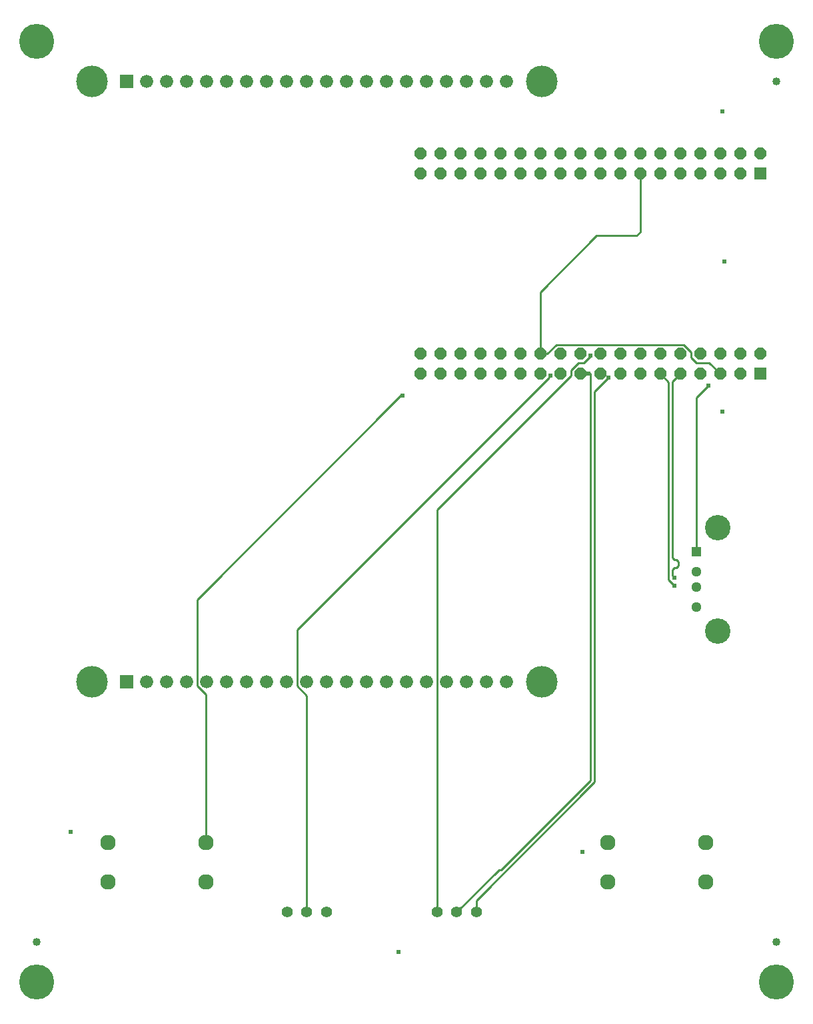
<source format=gbr>
G04 EAGLE Gerber RS-274X export*
G75*
%MOMM*%
%FSLAX34Y34*%
%LPD*%
%INBottom Copper*%
%IPPOS*%
%AMOC8*
5,1,8,0,0,1.08239X$1,22.5*%
G01*
%ADD10R,1.288000X1.288000*%
%ADD11C,1.288000*%
%ADD12C,3.220000*%
%ADD13R,1.676400X1.676400*%
%ADD14C,1.676400*%
%ADD15C,4.016000*%
%ADD16R,1.524000X1.524000*%
%ADD17P,1.649562X8X202.500000*%
%ADD18C,1.960000*%
%ADD19C,1.400000*%
%ADD20C,4.445000*%
%ADD21C,1.016000*%
%ADD22C,0.609600*%
%ADD23C,0.254000*%


D10*
X876300Y584200D03*
D11*
X876300Y559200D03*
X876300Y539200D03*
X876300Y514200D03*
D12*
X903400Y614900D03*
X903400Y483500D03*
D13*
X152400Y1181100D03*
D14*
X177800Y1181100D03*
X203200Y1181100D03*
X228600Y1181100D03*
X254000Y1181100D03*
X279400Y1181100D03*
X304800Y1181100D03*
X330200Y1181100D03*
X355600Y1181100D03*
X381000Y1181100D03*
X406400Y1181100D03*
X431800Y1181100D03*
X457200Y1181100D03*
X482600Y1181100D03*
X508000Y1181100D03*
X533400Y1181100D03*
X558800Y1181100D03*
X584200Y1181100D03*
X609600Y1181100D03*
X635000Y1181100D03*
D13*
X152400Y419100D03*
D14*
X177800Y419100D03*
X203200Y419100D03*
X228600Y419100D03*
X254000Y419100D03*
X279400Y419100D03*
X304800Y419100D03*
X330200Y419100D03*
X355600Y419100D03*
X381000Y419100D03*
X406400Y419100D03*
X431800Y419100D03*
X457200Y419100D03*
X482600Y419100D03*
X508000Y419100D03*
X533400Y419100D03*
X558800Y419100D03*
X584200Y419100D03*
X609600Y419100D03*
X635000Y419100D03*
D15*
X107950Y419100D03*
X679450Y419100D03*
X107950Y1181100D03*
X679450Y1181100D03*
D16*
X956900Y810000D03*
D17*
X956900Y835400D03*
X931500Y810000D03*
X931500Y835400D03*
X906100Y810000D03*
X906100Y835400D03*
X880700Y810000D03*
X880700Y835400D03*
X855300Y810000D03*
X855300Y835400D03*
X829900Y810000D03*
X829900Y835400D03*
X804500Y810000D03*
X804500Y835400D03*
X779100Y810000D03*
X779100Y835400D03*
X753700Y810000D03*
X753700Y835400D03*
X728300Y810000D03*
X728300Y835400D03*
X702900Y810000D03*
X702900Y835400D03*
X677500Y810000D03*
X677500Y835400D03*
X652100Y810000D03*
X652100Y835400D03*
X626700Y810000D03*
X626700Y835400D03*
X601300Y810000D03*
X601300Y835400D03*
X575900Y810000D03*
X575900Y835400D03*
X550500Y810000D03*
X550500Y835400D03*
X525100Y810000D03*
X525100Y835400D03*
D16*
X956900Y1064000D03*
D17*
X956900Y1089400D03*
X931500Y1064000D03*
X931500Y1089400D03*
X906100Y1064000D03*
X906100Y1089400D03*
X880700Y1064000D03*
X880700Y1089400D03*
X855300Y1064000D03*
X855300Y1089400D03*
X829900Y1064000D03*
X829900Y1089400D03*
X804500Y1064000D03*
X804500Y1089400D03*
X779100Y1064000D03*
X779100Y1089400D03*
X753700Y1064000D03*
X753700Y1089400D03*
X728300Y1064000D03*
X728300Y1089400D03*
X702900Y1064000D03*
X702900Y1089400D03*
X677500Y1064000D03*
X677500Y1089400D03*
X652100Y1064000D03*
X652100Y1089400D03*
X626700Y1064000D03*
X626700Y1089400D03*
X601300Y1064000D03*
X601300Y1089400D03*
X575900Y1064000D03*
X575900Y1089400D03*
X550500Y1064000D03*
X550500Y1089400D03*
X525100Y1064000D03*
X525100Y1089400D03*
D18*
X253000Y215500D03*
X253000Y165500D03*
X128000Y165500D03*
X128000Y215500D03*
X888000Y215500D03*
X888000Y165500D03*
X763000Y165500D03*
X763000Y215500D03*
D19*
X546500Y127000D03*
X571500Y127000D03*
X596500Y127000D03*
X356000Y127000D03*
X381000Y127000D03*
X406000Y127000D03*
D20*
X38100Y1231900D03*
X38100Y38100D03*
X977900Y38100D03*
X977900Y1231900D03*
D21*
X38100Y88900D03*
X977900Y88900D03*
X977900Y1181100D03*
D22*
X909320Y1143000D03*
X911860Y952500D03*
X497840Y76200D03*
X909320Y762000D03*
X81280Y228600D03*
X731520Y203200D03*
D23*
X253000Y215500D02*
X253000Y402858D01*
X241808Y414050D01*
X241808Y523748D01*
X500380Y782320D01*
X502920Y782320D01*
D22*
X502920Y782320D03*
X741680Y833120D03*
D23*
X741680Y832616D02*
X733035Y823970D01*
X741680Y832616D02*
X741680Y833120D01*
X546500Y637436D02*
X546500Y127000D01*
X546500Y637436D02*
X716870Y807806D01*
X716870Y814735D01*
X726106Y823970D01*
X733035Y823970D01*
X746760Y787400D02*
X746760Y292010D01*
X746760Y787400D02*
X764540Y805180D01*
X596500Y141750D02*
X596500Y127000D01*
X596500Y141750D02*
X746760Y292010D01*
X764540Y805180D02*
X764540Y805428D01*
D22*
X764540Y805428D03*
D23*
X625190Y180690D02*
X571500Y127000D01*
X625190Y180690D02*
X628256Y180690D01*
X741680Y294114D01*
X741680Y810260D01*
X739140Y810260D01*
D22*
X739140Y810260D03*
D23*
X688930Y807720D02*
X688930Y805266D01*
X381000Y401858D02*
X381000Y127000D01*
X381000Y401858D02*
X368808Y414050D01*
X368808Y485144D01*
X688930Y805266D01*
X688930Y807720D02*
X690880Y807720D01*
D22*
X690880Y807720D03*
D23*
X677500Y835400D02*
X677500Y913720D01*
X749300Y985520D02*
X800100Y985520D01*
X804500Y989920D01*
X804500Y1064000D01*
X749300Y985520D02*
X677500Y913720D01*
X869270Y830666D02*
X875966Y823970D01*
X686736Y835400D02*
X677500Y835400D01*
X892130Y823970D02*
X906100Y810000D01*
X698166Y846830D02*
X686736Y835400D01*
X875966Y823970D02*
X892130Y823970D01*
X869270Y837595D02*
X860035Y846830D01*
X869270Y837595D02*
X869270Y830666D01*
X860035Y846830D02*
X698166Y846830D01*
X876300Y779737D02*
X876300Y584200D01*
X876300Y779737D02*
X891562Y794998D01*
D22*
X891562Y794998D03*
D23*
X855300Y810000D02*
X850690Y805390D01*
X845820Y553720D02*
X848360Y551180D01*
D22*
X848360Y551180D03*
D23*
X845820Y553720D02*
X845820Y561340D01*
X848360Y563880D01*
X850900Y563880D01*
X853440Y566420D01*
X853440Y571500D02*
X850900Y574040D01*
X848360Y574040D01*
X845820Y576580D01*
X845820Y800520D02*
X850690Y805390D01*
X853440Y571500D02*
X853440Y566420D01*
X845820Y576580D02*
X845820Y800520D01*
X840740Y799160D02*
X829900Y810000D01*
X840740Y799160D02*
X840740Y548640D01*
X848360Y541020D01*
D22*
X848360Y541020D03*
M02*

</source>
